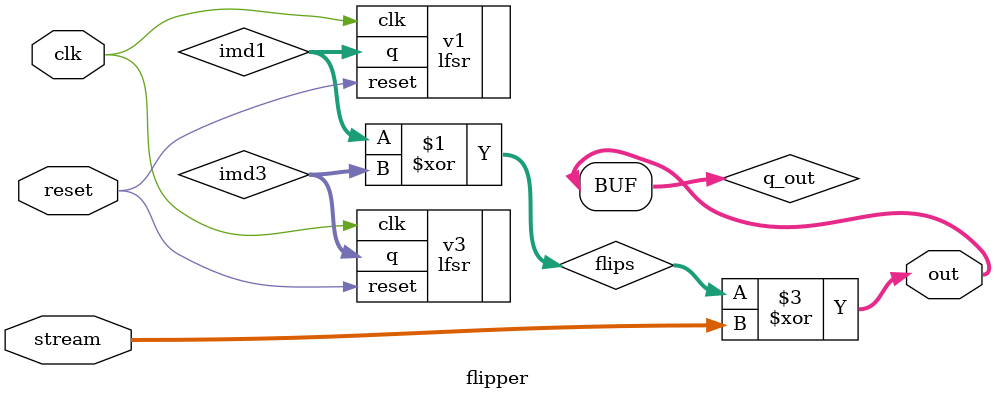
<source format=v>
`timescale 1ns / 1ps
module flipper #(parameter N = 3)(
    input clk,
    input reset,
    input [N-1:0] stream,
    output [N-1:0] out
);

/* Module Goal:
    Take in a stream of data in N bit sized chunks
    Output the stream after flipping some number of bits in random places

    Determine how many bits to flip:
        Should be between 0 to 33% of the data chunk
        Randomly decided based on an lfsr

    Determine which bits to flip:
        Should be determined by a separate lfsr, with range size of N

    How to flip the bits:
        XOR the determined bits with 1 to flip them

    Possibly could xor two numbers together to reduce number of 1s, Could and them together
    
*/

reg [N-1:0] q_out;
wire [N-1:0] flips;
wire [N-1:0] imd1, imd2, imd3;

// LFSR to generate random numbers
lfsr #(.N(N), .TAPS('d7), .I('d3)) v1 (.clk(clk), .reset(reset), .q(imd1));
//lfsr #(.N(N), .TAPS('d5), .I('d1)) v2 (.clk(clk), .reset(reset), .q(imd2));
lfsr #(.N(N), .TAPS('d3), .I('d7)) v3 (.clk(clk), .reset(reset), .q(imd3));

// AND the numbers together to reduce the number of ones in flip vector
assign flips = imd1 ^ imd3;

// XOR the flip vector with the data stream
always @(*)
    q_out = flips ^ stream;

// Assign the out vector to output
assign out = q_out;


endmodule

</source>
